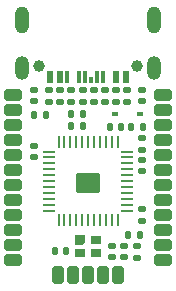
<source format=gbr>
%TF.GenerationSoftware,KiCad,Pcbnew,7.0.2*%
%TF.CreationDate,2023-07-26T16:03:34+02:00*%
%TF.ProjectId,epi,6570692e-6b69-4636-9164-5f7063625858,1_2_0*%
%TF.SameCoordinates,Original*%
%TF.FileFunction,Soldermask,Top*%
%TF.FilePolarity,Negative*%
%FSLAX46Y46*%
G04 Gerber Fmt 4.6, Leading zero omitted, Abs format (unit mm)*
G04 Created by KiCad (PCBNEW 7.0.2) date 2023-07-26 16:03:34*
%MOMM*%
%LPD*%
G01*
G04 APERTURE LIST*
G04 Aperture macros list*
%AMRoundRect*
0 Rectangle with rounded corners*
0 $1 Rounding radius*
0 $2 $3 $4 $5 $6 $7 $8 $9 X,Y pos of 4 corners*
0 Add a 4 corners polygon primitive as box body*
4,1,4,$2,$3,$4,$5,$6,$7,$8,$9,$2,$3,0*
0 Add four circle primitives for the rounded corners*
1,1,$1+$1,$2,$3*
1,1,$1+$1,$4,$5*
1,1,$1+$1,$6,$7*
1,1,$1+$1,$8,$9*
0 Add four rect primitives between the rounded corners*
20,1,$1+$1,$2,$3,$4,$5,0*
20,1,$1+$1,$4,$5,$6,$7,0*
20,1,$1+$1,$6,$7,$8,$9,0*
20,1,$1+$1,$8,$9,$2,$3,0*%
%AMOutline5P*
0 Free polygon, 5 corners , with rotation*
0 The origin of the aperture is its center*
0 number of corners: always 5*
0 $1 to $10 corner X, Y*
0 $11 Rotation angle, in degrees counterclockwise*
0 create outline with 5 corners*
4,1,5,$1,$2,$3,$4,$5,$6,$7,$8,$9,$10,$1,$2,$11*%
%AMOutline6P*
0 Free polygon, 6 corners , with rotation*
0 The origin of the aperture is its center*
0 number of corners: always 6*
0 $1 to $12 corner X, Y*
0 $13 Rotation angle, in degrees counterclockwise*
0 create outline with 6 corners*
4,1,6,$1,$2,$3,$4,$5,$6,$7,$8,$9,$10,$11,$12,$1,$2,$13*%
%AMOutline7P*
0 Free polygon, 7 corners , with rotation*
0 The origin of the aperture is its center*
0 number of corners: always 7*
0 $1 to $14 corner X, Y*
0 $15 Rotation angle, in degrees counterclockwise*
0 create outline with 7 corners*
4,1,7,$1,$2,$3,$4,$5,$6,$7,$8,$9,$10,$11,$12,$13,$14,$1,$2,$15*%
%AMOutline8P*
0 Free polygon, 8 corners , with rotation*
0 The origin of the aperture is its center*
0 number of corners: always 8*
0 $1 to $16 corner X, Y*
0 $17 Rotation angle, in degrees counterclockwise*
0 create outline with 8 corners*
4,1,8,$1,$2,$3,$4,$5,$6,$7,$8,$9,$10,$11,$12,$13,$14,$15,$16,$1,$2,$17*%
G04 Aperture macros list end*
%ADD10RoundRect,0.140000X-0.140000X-0.170000X0.140000X-0.170000X0.140000X0.170000X-0.140000X0.170000X0*%
%ADD11RoundRect,0.140000X-0.170000X0.140000X-0.170000X-0.140000X0.170000X-0.140000X0.170000X0.140000X0*%
%ADD12RoundRect,0.135000X-0.185000X0.135000X-0.185000X-0.135000X0.185000X-0.135000X0.185000X0.135000X0*%
%ADD13R,0.900000X0.800000*%
%ADD14Outline5P,-0.450000X0.400000X0.450000X0.400000X0.450000X-0.160000X0.210000X-0.400000X-0.450000X-0.400000X0.000000*%
%ADD15C,1.000000*%
%ADD16RoundRect,0.140000X0.170000X-0.140000X0.170000X0.140000X-0.170000X0.140000X-0.170000X-0.140000X0*%
%ADD17RoundRect,0.135000X0.185000X-0.135000X0.185000X0.135000X-0.185000X0.135000X-0.185000X-0.135000X0*%
%ADD18RoundRect,0.135000X-0.135000X-0.185000X0.135000X-0.185000X0.135000X0.185000X-0.135000X0.185000X0*%
%ADD19RoundRect,0.062500X-0.062500X0.475000X-0.062500X-0.475000X0.062500X-0.475000X0.062500X0.475000X0*%
%ADD20RoundRect,0.062500X-0.475000X0.062500X-0.475000X-0.062500X0.475000X-0.062500X0.475000X0.062500X0*%
%ADD21RoundRect,0.175000X-0.825000X0.700000X-0.825000X-0.700000X0.825000X-0.700000X0.825000X0.700000X0*%
%ADD22RoundRect,0.147500X0.172500X-0.147500X0.172500X0.147500X-0.172500X0.147500X-0.172500X-0.147500X0*%
%ADD23RoundRect,0.135000X0.135000X0.185000X-0.135000X0.185000X-0.135000X-0.185000X0.135000X-0.185000X0*%
%ADD24RoundRect,0.250000X-0.500000X-0.250000X0.500000X-0.250000X0.500000X0.250000X-0.500000X0.250000X0*%
%ADD25RoundRect,0.250000X-0.250000X0.500000X-0.250000X-0.500000X0.250000X-0.500000X0.250000X0.500000X0*%
%ADD26RoundRect,0.140000X0.140000X0.170000X-0.140000X0.170000X-0.140000X-0.170000X0.140000X-0.170000X0*%
%ADD27R,0.615500X1.000000*%
%ADD28R,0.307750X1.000000*%
%ADD29R,0.307750X0.500000*%
%ADD30R,0.307750X1.000860*%
%ADD31R,0.607750X0.300000*%
%ADD32O,1.200000X2.000000*%
%ADD33O,1.200000X2.300000*%
%ADD34RoundRect,0.147500X-0.172500X0.147500X-0.172500X-0.147500X0.172500X-0.147500X0.172500X0.147500X0*%
%ADD35R,0.600000X0.450000*%
G04 APERTURE END LIST*
D10*
%TO.C,C8*%
X102864422Y-60550000D03*
X103824422Y-60550000D03*
%TD*%
D11*
%TO.C,C9*%
X99673220Y-63180000D03*
X99673220Y-64140000D03*
%TD*%
D12*
%TO.C,RV1*%
X105683220Y-58440000D03*
X105683220Y-59460000D03*
%TD*%
D13*
%TO.C,Y1*%
X103563220Y-72320000D03*
X104963220Y-72320000D03*
X104963220Y-71220000D03*
D14*
X103563220Y-71220000D03*
%TD*%
D15*
%TO.C,REF\u002A\u002A*%
X108404422Y-56450001D03*
%TD*%
D16*
%TO.C,C1*%
X99673220Y-59430000D03*
X99673220Y-58470000D03*
%TD*%
D17*
%TO.C,R4*%
X101923220Y-59460000D03*
X101923220Y-58440000D03*
%TD*%
D18*
%TO.C,R3*%
X99673220Y-60600000D03*
X100693220Y-60600000D03*
%TD*%
D19*
%TO.C,U1*%
X106773220Y-62849000D03*
X106273220Y-62849000D03*
X105773220Y-62849000D03*
X105273220Y-62849000D03*
X104773220Y-62849000D03*
X104273220Y-62849000D03*
X103773220Y-62849000D03*
X103273220Y-62849000D03*
X102773220Y-62849000D03*
X102273220Y-62849000D03*
X101773220Y-62849000D03*
D20*
X100935720Y-63686500D03*
X100935720Y-64186500D03*
X100935720Y-64686500D03*
X100935720Y-65186500D03*
X100935720Y-65686500D03*
X100935720Y-66186500D03*
X100935720Y-66686500D03*
X100935720Y-67186500D03*
X100935720Y-67686500D03*
X100935720Y-68186500D03*
X100935720Y-68686500D03*
D19*
X101773220Y-69524000D03*
X102273220Y-69524000D03*
X102773220Y-69524000D03*
X103273220Y-69524000D03*
X103773220Y-69524000D03*
X104273220Y-69524000D03*
X104773220Y-69524000D03*
X105273220Y-69524000D03*
X105773220Y-69524000D03*
X106273220Y-69524000D03*
X106773220Y-69524000D03*
D20*
X107610720Y-68686500D03*
X107610720Y-68186500D03*
X107610720Y-67686500D03*
X107610720Y-67186500D03*
X107610720Y-66686500D03*
X107610720Y-66186500D03*
X107610720Y-65686500D03*
X107610720Y-65186500D03*
X107610720Y-64686500D03*
X107610720Y-64186500D03*
X107610720Y-63686500D03*
D21*
X104273220Y-66311500D03*
%TD*%
D22*
%TO.C,D1*%
X107323220Y-72655000D03*
X107323220Y-71685000D03*
%TD*%
D12*
%TO.C,R2*%
X104743220Y-58440000D03*
X104743220Y-59460000D03*
%TD*%
D23*
%TO.C,R6*%
X108923220Y-61590000D03*
X107903220Y-61590000D03*
%TD*%
D18*
%TO.C,R7*%
X107623220Y-70770000D03*
X108643220Y-70770000D03*
%TD*%
D17*
%TO.C,RV3*%
X100983220Y-59460000D03*
X100983220Y-58440000D03*
%TD*%
D12*
%TO.C,R1*%
X103803220Y-58440000D03*
X103803220Y-59460000D03*
%TD*%
D15*
%TO.C,REF\u002A\u002A*%
X100140476Y-56450000D03*
%TD*%
D12*
%TO.C,RV2*%
X102863220Y-58440000D03*
X102863220Y-59460000D03*
%TD*%
D10*
%TO.C,C6*%
X101453220Y-72100000D03*
X102413220Y-72100000D03*
%TD*%
D24*
%TO.C,J1*%
X97923220Y-58920000D03*
X97923220Y-60190000D03*
X97923220Y-61460000D03*
X97923220Y-62730000D03*
X97923220Y-64000000D03*
X97923220Y-65270000D03*
X97923220Y-66540000D03*
X97923220Y-67810000D03*
X97923220Y-69080000D03*
X97923220Y-70350000D03*
X97923220Y-71620000D03*
X97923220Y-72890000D03*
%TD*%
D25*
%TO.C,J3*%
X106813220Y-74160000D03*
X105543220Y-74160000D03*
X104273220Y-74160000D03*
X103003220Y-74160000D03*
X101733220Y-74160000D03*
%TD*%
D26*
%TO.C,C4*%
X103824422Y-61500000D03*
X102864422Y-61500000D03*
%TD*%
D16*
%TO.C,C2*%
X108853220Y-65340000D03*
X108853220Y-64380000D03*
%TD*%
D12*
%TO.C,R9*%
X108863220Y-62510000D03*
X108863220Y-63530000D03*
%TD*%
%TO.C,R8*%
X108403220Y-71660000D03*
X108403220Y-72680000D03*
%TD*%
D17*
%TO.C,FB1*%
X107563220Y-59460000D03*
X107563220Y-58440000D03*
%TD*%
D27*
%TO.C,J4*%
X107473220Y-57341500D03*
X101073220Y-57341500D03*
X106673220Y-57341500D03*
D28*
X105524143Y-57341500D03*
D29*
X104523190Y-57591500D03*
D30*
X104024389Y-57341930D03*
D27*
X101873220Y-57341500D03*
D28*
X102521031Y-57341500D03*
X103523912Y-57342360D03*
X105023667Y-57341500D03*
D31*
X107473220Y-57741500D03*
X101073220Y-57741500D03*
D32*
X109873220Y-56591500D03*
D33*
X109873220Y-52591500D03*
D32*
X98673220Y-56591500D03*
D33*
X98673220Y-52591500D03*
%TD*%
D11*
%TO.C,C3*%
X108853220Y-68570000D03*
X108853220Y-69530000D03*
%TD*%
D16*
%TO.C,C5*%
X106323220Y-72650000D03*
X106323220Y-71690000D03*
%TD*%
D10*
%TO.C,C10*%
X106093220Y-61600000D03*
X107053220Y-61600000D03*
%TD*%
D12*
%TO.C,R5*%
X106623220Y-58440000D03*
X106623220Y-59460000D03*
%TD*%
D34*
%TO.C,F1*%
X108858220Y-58465000D03*
X108858220Y-59435000D03*
%TD*%
D35*
%TO.C,D2*%
X106593220Y-60477500D03*
X108693220Y-60477500D03*
%TD*%
D24*
%TO.C,J2*%
X110623220Y-58920000D03*
X110623220Y-60190000D03*
X110623220Y-61460000D03*
X110623220Y-62730000D03*
X110623220Y-64000000D03*
X110623220Y-65270000D03*
X110623220Y-66540000D03*
X110623220Y-67810000D03*
X110623220Y-69080000D03*
X110623220Y-70350000D03*
X110623220Y-71620000D03*
X110623220Y-72890000D03*
%TD*%
M02*

</source>
